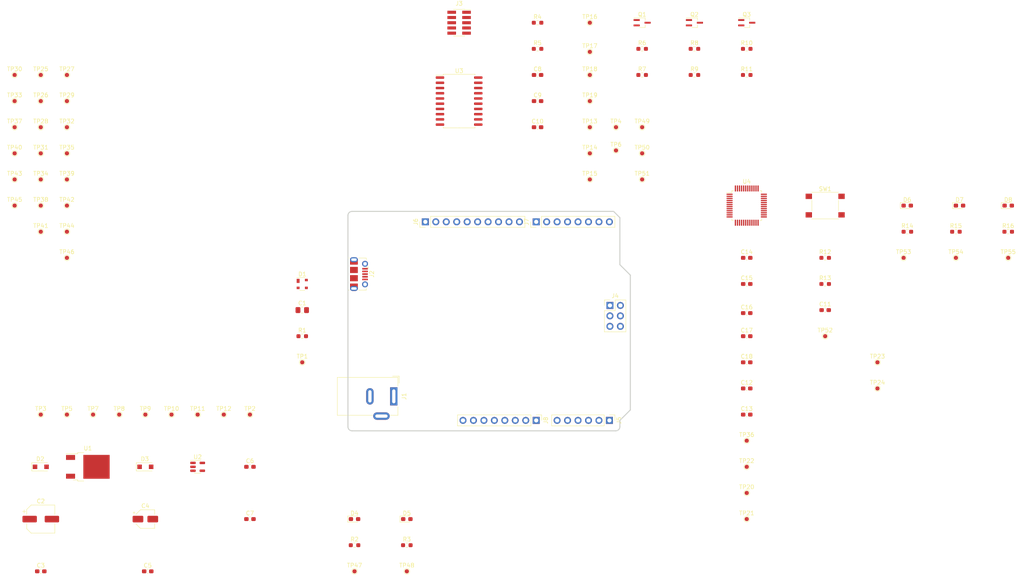
<source format=kicad_pcb>
(kicad_pcb (version 20211014) (generator pcbnew)
  (title_block (title "https://github.com/apcountryman/pcb-main-nautilus-atmega4809") (rev "GIT_VERSION") (comment 1 "Derivative of the \"Arduino UNO Rev3\" (https://docs.arduino.cc/hardware/uno-rev3) and\\n\"Arduino Nano Every\" (https://docs.arduino.cc/hardware/nano-every) reference designs."))
  (layers (0 "F.Cu" signal) (1 "In1.Cu" power) (2 "In2.Cu" power) (31 "B.Cu" signal) (34 "B.Paste" user) (35 "F.Paste" user) (36 "B.SilkS" user "B.Silkscreen") (37 "F.SilkS" user "F.Silkscreen") (38 "B.Mask" user) (39 "F.Mask" user) (44 "Edge.Cuts" user))
  (net 0 "")
  (net 1 "Net-(C1-Pad1)")
  (net 2 "/GND")
  (net 3 "/VIN")
  (net 4 "/5V")
  (net 5 "/3.3V")
  (net 6 "/UPDI PROGRAMMER AND USB-SERIAL BRIDGE/~{RESET}")
  (net 7 "/MCU/~{RESET}")
  (net 8 "/MCU/AREF")
  (net 9 "/UPDI PROGRAMMER AND USB-SERIAL BRIDGE/USB_D-")
  (net 10 "/UPDI PROGRAMMER AND USB-SERIAL BRIDGE/USB_D+")
  (net 11 "/POWER/USB_VBUS")
  (net 12 "/POWER/PWRIN")
  (net 13 "Net-(D4-Pad1)")
  (net 14 "Net-(D5-Pad1)")
  (net 15 "Net-(D6-Pad1)")
  (net 16 "/MCU/D13{slash}SCK")
  (net 17 "Net-(D7-Pad1)")
  (net 18 "Net-(D8-Pad1)")
  (net 20 "/UPDI PROGRAMMER AND USB-SERIAL BRIDGE/SWD_SWDIO")
  (net 21 "/UPDI PROGRAMMER AND USB-SERIAL BRIDGE/SWD_SWCLK")
  (net 26 "/MCU/UPDI")
  (net 30 "/MCU/D19{slash}A5{slash}SCL")
  (net 31 "/MCU/D18{slash}A4{slash}SDA")
  (net 32 "/MCU/D17{slash}A3")
  (net 33 "/MCU/D16{slash}A2")
  (net 34 "/MCU/D15{slash}A1")
  (net 35 "/MCU/D14{slash}A0")
  (net 36 "/MCU/D12{slash}CIPO")
  (net 37 "/MCU/D11{slash}COPI")
  (net 38 "/MCU/D10")
  (net 39 "/MCU/D9")
  (net 40 "/MCU/D8")
  (net 41 "/MCU/D7")
  (net 42 "/MCU/D6")
  (net 43 "/MCU/D5")
  (net 44 "/MCU/D4")
  (net 45 "/MCU/D3")
  (net 46 "/MCU/D2")
  (net 47 "/MCU/D1{slash}TX")
  (net 48 "/MCU/D0{slash}RX")
  (net 50 "/UPDI PROGRAMMER AND USB-SERIAL BRIDGE/BI-DIRECTIONAL LEVEL SHIFTER: UPDI/SIGNAL_3.3V")
  (net 51 "/UPDI PROGRAMMER AND USB-SERIAL BRIDGE/BI-DIRECTIONAL LEVEL SHIFTER: TX/SIGNAL_3.3V")
  (net 52 "/MCU/RX")
  (net 53 "/UPDI PROGRAMMER AND USB-SERIAL BRIDGE/BI-DIRECTIONAL LEVEL SHIFTER: RX/SIGNAL_3.3V")
  (net 54 "/MCU/TX")
  (net 55 "Net-(R12-Pad1)")
  (footprint "LED_SMD:LED_0603_1608Metric_Pad1.05x0.95mm_HandSolder" (layer "F.Cu") (at 235.825 95.25)
    (fp_text reference "D6" (at 0 -1.43) (layer "F.SilkS"))
    (fp_text value "RED")
    (pad "1" smd roundrect (at -0.875 0) (size 1.05 0.95) (layers "F.Cu" "F.Paste" "F.Mask") (net 15 "Net-(D6-Pad1)"))
    (pad "2" smd roundrect (at 0.875 0) (size 1.05 0.95) (layers "F.Cu" "F.Paste" "F.Mask") (net 16 "/MCU/D13{slash}SCK"))
  )
  (footprint "TestPoint:TestPoint_Pad_D1.0mm" (layer "F.Cu") (at 158.75 69.85)
    (fp_text reference "TP19" (at 0 -1.448) (layer "F.SilkS"))
    (fp_text value "TestPoint")
    (pad "1" smd circle (at 0 0) (size 1 1) (layers "F.Cu" "F.Mask") (net 2 "/GND"))
  )
  (footprint "TestPoint:TestPoint_Pad_D1.0mm" (layer "F.Cu") (at 31.75 76.2)
    (fp_text reference "TP32" (at 0 -1.448) (layer "F.SilkS"))
    (fp_text value "TestPoint")
    (pad "1" smd circle (at 0 0) (size 1 1) (layers "F.Cu" "F.Mask") (net 46 "/MCU/D2"))
  )
  (footprint "TestPoint:TestPoint_Pad_D1.0mm" (layer "F.Cu") (at 31.75 63.5)
    (fp_text reference "TP27" (at 0 -1.448) (layer "F.SilkS"))
    (fp_text value "TestPoint")
    (pad "1" smd circle (at 0 0) (size 1 1) (layers "F.Cu" "F.Mask") (net 48 "/MCU/D0{slash}RX"))
  )
  (footprint "Capacitor_SMD:C_0603_1608Metric_Pad1.08x0.95mm_HandSolder" (layer "F.Cu") (at 196.85 127)
    (fp_text reference "C17" (at 0 -1.43) (layer "F.SilkS"))
    (fp_text value "4.7uF/10V")
    (pad "1" smd roundrect (at -0.8625 0) (size 1.075 0.95) (layers "F.Cu" "F.Paste" "F.Mask") (net 2 "/GND"))
    (pad "2" smd roundrect (at 0.8625 0) (size 1.075 0.95) (layers "F.Cu" "F.Paste" "F.Mask") (net 4 "/5V"))
  )
  (footprint "TestPoint:TestPoint_Pad_D1.0mm" (layer "F.Cu") (at 196.85 171.45)
    (fp_text reference "TP21" (at 0 -1.448) (layer "F.SilkS"))
    (fp_text value "TestPoint")
    (pad "1" smd circle (at 0 0) (size 1 1) (layers "F.Cu" "F.Mask") (net 54 "/MCU/TX"))
  )
  (footprint "TestPoint:TestPoint_Pad_D1.0mm" (layer "F.Cu") (at 196.85 165.1)
    (fp_text reference "TP20" (at 0 -1.448) (layer "F.SilkS"))
    (fp_text value "TestPoint")
    (pad "1" smd circle (at 0 0) (size 1 1) (layers "F.Cu" "F.Mask") (net 52 "/MCU/RX"))
  )
  (footprint "Capacitor_SMD:C_0603_1608Metric_Pad1.08x0.95mm_HandSolder" (layer "F.Cu") (at 76.2 158.75)
    (fp_text reference "C6" (at 0 -1.43) (layer "F.SilkS"))
    (fp_text value "10uF/10V")
    (pad "1" smd roundrect (at -0.8625 0) (size 1.075 0.95) (layers "F.Cu" "F.Paste" "F.Mask") (net 5 "/3.3V"))
    (pad "2" smd roundrect (at 0.8625 0) (size 1.075 0.95) (layers "F.Cu" "F.Paste" "F.Mask") (net 2 "/GND"))
  )
  (footprint "Capacitor_SMD:C_0603_1608Metric_Pad1.08x0.95mm_HandSolder" (layer "F.Cu") (at 146.05 76.2)
    (fp_text reference "C10" (at 0 -1.43) (layer "F.SilkS"))
    (fp_text value "0.1uF/10V")
    (pad "1" smd roundrect (at -0.8625 0) (size 1.075 0.95) (layers "F.Cu" "F.Paste" "F.Mask") (net 5 "/3.3V"))
    (pad "2" smd roundrect (at 0.8625 0) (size 1.075 0.95) (layers "F.Cu" "F.Paste" "F.Mask") (net 2 "/GND"))
  )
  (footprint "TestPoint:TestPoint_Pad_D1.0mm" (layer "F.Cu") (at 19.05 63.5)
    (fp_text reference "TP30" (at 0 -1.448) (layer "F.SilkS"))
    (fp_text value "TestPoint")
    (pad "1" smd circle (at 0 0) (size 1 1) (layers "F.Cu" "F.Mask") (net 35 "/MCU/D14{slash}A0"))
  )
  (footprint "Resistor_SMD:R_0603_1608Metric_Pad0.98x0.95mm_HandSolder" (layer "F.Cu") (at 260.35 101.6)
    (fp_text reference "R16" (at 0 -1.43) (layer "F.SilkS"))
    (fp_text value "330/0.1W")
    (pad "1" smd roundrect (at -0.9125 0) (size 0.975 0.95) (layers "F.Cu" "F.Paste" "F.Mask") (net 18 "Net-(D8-Pad1)"))
    (pad "2" smd roundrect (at 0.9125 0) (size 0.975 0.95) (layers "F.Cu" "F.Paste" "F.Mask") (net 52 "/MCU/RX"))
  )
  (footprint "Resistor_SMD:R_0603_1608Metric_Pad0.98x0.95mm_HandSolder" (layer "F.Cu") (at 88.9 127)
    (fp_text reference "R1" (at 0 -1.43) (layer "F.SilkS"))
    (fp_text value "1M/0.1W")
    (pad "1" smd roundrect (at -0.9125 0) (size 0.975 0.95) (layers "F.Cu" "F.Paste" "F.Mask") (net 1 "Net-(C1-Pad1)"))
    (pad "2" smd roundrect (at 0.9125 0) (size 0.975 0.95) (layers "F.Cu" "F.Paste" "F.Mask") (net 2 "/GND"))
  )
  (footprint "TestPoint:TestPoint_Pad_D1.0mm" (layer "F.Cu") (at 25.4 88.9)
    (fp_text reference "TP34" (at 0 -1.448) (layer "F.SilkS"))
    (fp_text value "TestPoint")
    (pad "1" smd circle (at 0 0) (size 1 1) (layers "F.Cu" "F.Mask") (net 36 "/MCU/D12{slash}CIPO"))
  )
  (footprint "TestPoint:TestPoint_Pad_D1.0mm" (layer "F.Cu") (at 158.75 76.2)
    (fp_text reference "TP13" (at 0 -1.448) (layer "F.SilkS"))
    (fp_text value "TestPoint")
    (pad "1" smd circle (at 0 0) (size 1 1) (layers "F.Cu" "F.Mask") (net 6 "/UPDI PROGRAMMER AND USB-SERIAL BRIDGE/~{RESET}"))
  )
  (footprint "Connector_PinSocket_1.27mm:PinSocket_2x05_P1.27mm_Vertical_SMD" (layer "F.Cu") (at 127 50.8)
    (fp_text reference "J3" (at 0 -4.675) (layer "F.SilkS"))
    (fp_text value "FTSH-105-01-L-DV-007-K")
    (pad "1" smd rect (at 1.8 -2.54) (size 2.1 0.75) (layers "F.Cu" "F.Paste" "F.Mask") (net 5 "/3.3V"))
    (pad "2" smd rect (at -1.8 -2.54) (size 2.1 0.75) (layers "F.Cu" "F.Paste" "F.Mask") (net 20 "/UPDI PROGRAMMER AND USB-SERIAL BRIDGE/SWD_SWDIO"))
    (pad "3" smd rect (at 1.8 -1.27) (size 2.1 0.75) (layers "F.Cu" "F.Paste" "F.Mask") (net 2 "/GND"))
    (pad "4" smd rect (at -1.8 -1.27) (size 2.1 0.75) (layers "F.Cu" "F.Paste" "F.Mask") (net 21 "/UPDI PROGRAMMER AND USB-SERIAL BRIDGE/SWD_SWCLK"))
    (pad "5" smd rect (at 1.8 0) (size 2.1 0.75) (layers "F.Cu" "F.Paste" "F.Mask") (net 2 "/GND"))
    (pad "6" smd rect (at -1.8 0) (size 2.1 0.75) (layers "F.Cu" "F.Paste" "F.Mask"))
    (pad "7" smd rect (at 1.8 1.27) (size 2.1 0.75) (layers "F.Cu" "F.Paste" "F.Mask"))
    (pad "8" smd rect (at -1.8 1.27) (size 2.1 0.75) (layers "F.Cu" "F.Paste" "F.Mask"))
    (pad "9" smd rect (at 1.8 2.54) (size 2.1 0.75) (layers "F.Cu" "F.Paste" "F.Mask"))
    (pad "10" smd rect (at -1.8 2.54) (size 2.1 0.75) (layers "F.Cu" "F.Paste" "F.Mask") (net 6 "/UPDI PROGRAMMER AND USB-SERIAL BRIDGE/~{RESET}"))
  )
  (footprint "Resistor_SMD:R_0603_1608Metric_Pad0.98x0.95mm_HandSolder" (layer "F.Cu") (at 184.15 63.5)
    (fp_text reference "R9" (at 0 -1.43) (layer "F.SilkS"))
    (fp_text value "4.7k/0.1W")
    (pad "1" smd roundrect (at -0.9125 0) (size 0.975 0.95) (layers "F.Cu" "F.Paste" "F.Mask") (net 4 "/5V"))
    (pad "2" smd roundrect (at 0.9125 0) (size 0.975 0.95) (layers "F.Cu" "F.Paste" "F.Mask") (net 52 "/MCU/RX"))
  )
  (footprint "LED_SMD:LED_0603_1608Metric_Pad1.05x0.95mm_HandSolder" (layer "F.Cu") (at 101.6 171.45)
    (fp_text reference "D4" (at 0 -1.43) (layer "F.SilkS"))
    (fp_text value "GREEN")
    (pad "1" smd roundrect (at -0.875 0) (size 1.05 0.95) (layers "F.Cu" "F.Paste" "F.Mask") (net 13 "Net-(D4-Pad1)"))
    (pad "2" smd roundrect (at 0.875 0) (size 1.05 0.95) (layers "F.Cu" "F.Paste" "F.Mask") (net 4 "/5V"))
  )
  (footprint "Capacitor_SMD:C_0805_2012Metric_Pad1.18x1.45mm_HandSolder" (layer "F.Cu") (at 88.9 120.65)
    (fp_text reference "C1" (at 0 -1.68) (layer "F.SilkS"))
    (fp_text value "4700pF/1kV")
    (pad "1" smd roundrect (at -1.0375 0) (size 1.175 1.45) (layers "F.Cu" "F.Paste" "F.Mask") (roundrect_rratio 0.212766) (net 1 "Net-(C1-Pad1)"))
    (pad "2" smd roundrect (at 1.0375 0) (size 1.175 1.45) (layers "F.Cu" "F.Paste" "F.Mask") (roundrect_rratio 0.212766) (net 2 "/GND"))
  )
  (footprint "TestPoint:TestPoint_Pad_D1.0mm" (layer "F.Cu") (at 165.1 81.85)
    (fp_text reference "TP6" (at 0 -1.448) (layer "F.SilkS"))
    (fp_text value "TestPoint")
    (pad "1" smd circle (at 0 0) (size 1 1) (layers "F.Cu" "F.Mask") (net 9 "/UPDI PROGRAMMER AND USB-SERIAL BRIDGE/USB_D-"))
  )
  (footprint "LED_SMD:LED_0603_1608Metric_Pad1.05x0.95mm_HandSolder" (layer "F.Cu") (at 248.525 95.25)
    (fp_text reference "D7" (at 0 -1.43) (layer "F.SilkS"))
    (fp_text value "YELLOW")
    (pad "1" smd roundrect (at -0.875 0) (size 1.05 0.95) (layers "F.Cu" "F.Paste" "F.Mask") (net 17 "Net-(D7-Pad1)"))
    (pad "2" smd roundrect (at 0.875 0) (size 1.05 0.95) (layers "F.Cu" "F.Paste" "F.Mask") (net 4 "/5V"))
  )
  (footprint "Capacitor_SMD:CP_Elec_4x5.8" (layer "F.Cu") (at 50.8 171.45)
    (fp_text reference "C4" (at 0 -3.2) (layer "F.SilkS"))
    (fp_text value "47uF/10V")
    (pad "1" smd roundrect (at -1.8 0) (size 2.6 1.6) (layers "F.Cu" "F.Paste" "F.Mask") (roundrect_rratio 0.15625) (net 4 "/5V"))
    (pad "2" smd roundrect (at 1.8 0) (size 2.6 1.6) (layers "F.Cu" "F.Paste" "F.Mask") (roundrect_rratio 0.15625) (net 2 "/GND"))
  )
  (footprint "TestPoint:TestPoint_Pad_D1.0mm" (layer "F.Cu") (at 44.45 146.05)
    (fp_text reference "TP8" (at 0 -1.448) (layer "F.SilkS"))
    (fp_text value "TestPoint")
    (pad "1" smd circle (at 0 0) (size 1 1) (layers "F.Cu" "F.Mask") (net 2 "/GND"))
  )
  (footprint "TestPoint:TestPoint_Pad_D1.0mm" (layer "F.Cu") (at 31.75 101.6)
    (fp_text reference "TP44" (at 0 -1.448) (layer "F.SilkS"))
    (fp_text value "TestPoint")
    (pad "1" smd circle (at 0 0) (size 1 1) (layers "F.Cu" "F.Mask") (net 42 "/MCU/D6"))
  )
  (footprint "TestPoint:TestPoint_Pad_D1.0mm" (layer "F.Cu") (at 260.35 107.95)
    (fp_text reference "TP55" (at 0 -1.448) (layer "F.SilkS"))
    (fp_text value "TestPoint")
    (pad "1" smd circle (at 0 0) (size 1 1) (layers "F.Cu" "F.Mask") (net 18 "Net-(D8-Pad1)"))
  )
  (footprint "TestPoint:TestPoint_Pad_D1.0mm" (layer "F.Cu") (at 19.05 88.9)
    (fp_text reference "TP43" (at 0 -1.448) (layer "F.SilkS"))
    (fp_text value "TestPoint")
    (pad "1" smd circle (at 0 0) (size 1 1) (layers "F.Cu" "F.Mask") (net 31 "/MCU/D18{slash}A4{slash}SDA"))
  )
  (footprint "TestPoint:TestPoint_Pad_D1.0mm" (layer "F.Cu") (at 31.75 107.95)
    (fp_text reference "TP46" (at 0 -1.448) (layer "F.SilkS"))
    (fp_text value "TestPoint")
    (pad "1" smd circle (at 0 0) (size 1 1) (layers "F.Cu" "F.Mask") (net 41 "/MCU/D7"))
  )
  (footprint "TestPoint:TestPoint_Pad_D1.0mm" (layer "F.Cu") (at 171.45 82.55)
    (fp_text reference "TP50" (at 0 -1.448) (layer "F.SilkS"))
    (fp_text value "TestPoint")
    (pad "1" smd circle (at 0 0) (size 1 1) (layers "F.Cu" "F.Mask") (net 51 "/UPDI PROGRAMMER AND USB-SERIAL BRIDGE/BI-DIRECTIONAL LEVEL SHIFTER: TX/SIGNAL_3.3V"))
  )
  (footprint "Package_TO_SOT_SMD:SOT-23-5" (layer "F.Cu") (at 63.5 158.75)
    (fp_text reference "U2" (at 0 -2.4) (layer "F.SilkS"))
    (fp_text value "AP2112K-3.3")
    (pad "1" smd roundrect (at -1.1375 -0.95) (size 1.325 0.6) (layers "F.Cu" "F.Paste" "F.Mask") (net 4 "/5V"))
    (pad "2" smd roundrect (at -1.1375 0) (size 1.325 0.6) (layers "F.Cu" "F.Paste" "F.Mask") (net 2 "/GND"))
    (pad "3" smd roundrect (at -1.1375 0.95) (size 1.325 0.6) (layers "F.Cu" "F.Paste" "F.Mask") (net 4 "/5V"))
    (pad "4" smd roundrect (at 1.1375 0.95) (size 1.325 0.6) (layers "F.Cu" "F.Paste" "F.Mask"))
    (pad "5" smd roundrect (at 1.1375 -0.95) (size 1.325 0.6) (layers "F.Cu" "F.Paste" "F.Mask") (net 5 "/3.3V"))
  )
  (footprint "TestPoint:TestPoint_Pad_D1.0mm" (layer "F.Cu") (at 25.4 82.55)
    (fp_text reference "TP31" (at 0 -1.448) (layer "F.SilkS"))
    (fp_text value "TestPoint")
    (pad "1" smd circle (at 0 0) (size 1 1) (layers "F.Cu" "F.Mask") (net 37 "/MCU/D11{slash}COPI"))
  )
  (footprint "Package_TO_SOT_SMD:SOT-143" (layer "F.Cu") (at 88.9 114.3)
    (fp_text reference "D1" (at 0.02 -2.38) (layer "F.SilkS"))
    (fp_text value "PRTR5V0U2X")
    (pad "1" smd rect (at -1 -0.75) (size 0.7 1) (layers "F.Cu" "F.Paste" "F.Mask") (net 1 "Net-(C1-Pad1)"))
    (pad "2" smd rect (at -1 0.95) (size 0.7 0.6) (layers "F.Cu" "F.Paste" "F.Mask") (net 9 "/UPDI PROGRAMMER AND USB-SERIAL BRIDGE/USB_D-"))
    (pad "3" smd rect (at 1 0.95) (size 0.7 0.6) (layers "F.Cu" "F.Paste" "F.Mask") (net 10 "/UPDI PROGRAMMER AND USB-SERIAL BRIDGE/USB_D+"))
    (pad "4" smd rect (at 1 -0.95) (size 0.7 0.6) (layers "F.Cu" "F.Paste" "F.Mask") (net 11 "/POWER/USB_VBUS"))
  )
  (footprint "TestPoint:TestPoint_Pad_D1.0mm" (layer "F.Cu") (at 247.65 107.95)
    (fp_text reference "TP54" (at 0 -1.448) (layer "F.SilkS"))
    (fp_text value "TestPoint")
    (pad "1" smd circle (at 0 0) (size 1 1) (layers "F.Cu" "F.Mask") (net 17 "Net-(D7-Pad1)"))
  )
  (footprint "TestPoint:TestPoint_Pad_D1.0mm" (layer "F.Cu") (at 158.75 57.88)
    (fp_text reference "TP17" (at 0 -1.448) (layer "F.SilkS"))
    (fp_text value "TestPoint")
    (pad "1" smd circle (at 0 0) (size 1 1) (layers "F.Cu" "F.Mask") (net 2 "/GND"))
  )
  (footprint "Resistor_SMD:R_0603_1608Metric_Pad0.98x0.95mm_HandSolder" (layer "F.Cu") (at 235.8625 101.6)
    (fp_text reference "R14" (at 0 -1.43) (layer "F.SilkS"))
    (fp_text value "330/0.1W")
    (pad "1" smd roundrect (at -0.9125 0) (size 0.975 0.95) (layers "F.Cu" "F.Paste" "F.Mask") (net 15 "Net-(D6-Pad1)"))
    (pad "2" smd roundrect (at 0.9125 0) (size 0.975 0.95) (layers "F.Cu" "F.Paste" "F.Mask") (net 2 "/GND"))
  )
  (footprint "TestPoint:TestPoint_Pad_D1.0mm" (layer "F.Cu") (at 31.75 95.25)
    (fp_text reference "TP42" (at 0 -1.448) (layer "F.SilkS"))
    (fp_text value "TestPoint")
    (pad "1" smd circle (at 0 0) (size 1 1) (layers "F.Cu" "F.Mask") (net 43 "/MCU/D5"))
  )
  (footprint "Resistor_SMD:R_0603_1608Metric_Pad0.98x0.95mm_HandSolder" (layer "F.Cu") (at 196.85 63.5)
    (fp_text reference "R11" (at 0 -1.43) (layer "F.SilkS"))
    (fp_text value "4.7k/0.1W")
    (pad "1" smd roundrect (at -0.9125 0) (size 0.975 0.95) (layers "F.Cu" "F.Paste" "F.Mask") (net 4 "/5V"))
    (pad "2" smd roundrect (at 0.9125 0) (size 0.975 0.95) (layers "F.Cu" "F.Paste" "F.Mask") (net 54 "/MCU/TX"))
  )
  (footprint "TestPoint:TestPoint_Pad_D1.0mm" (layer "F.Cu") (at 196.85 158.75)
    (fp_text reference "TP22" (at 0 -1.448) (layer "F.SilkS"))
    (fp_text value "TestPoint")
    (pad "1" smd circle (at 0 0) (size 1 1) (layers "F.Cu" "F.Mask") (net 26 "/MCU/UPDI"))
  )
  (footprint "Capacitor_SMD:C_0603_1608Metric_Pad1.08x0.95mm_HandSolder" (layer "F.Cu") (at 76.2 171.45)
    (fp_text reference "C7" (at 0 -1.43) (layer "F.SilkS"))
    (fp_text value "0.1uF/10V")
    (pad "1" smd roundrect (at -0.8625 0) (size 1.075 0.95) (layers "F.Cu" "F.Paste" "F.Mask") (net 5 "/3.3V"))
    (pad "2" smd roundrect (at 0.8625 0) (size 1.075 0.95) (layers "F.Cu" "F.Paste" "F.Mask") (net 2 "/GND"))
  )
  (footprint "Package_SO:SOIC-20W_7.5x12.8mm_P1.27mm" (layer "F.Cu") (at 127 69.85)
    (fp_text reference "U3" (at 0 -7.35) (layer "F.SilkS"))
    (fp_text value "ATSAMD11D14A-SS")
    (pad "1" smd roundrect (at -4.65 -5.715) (size 2.05 0.6) (layers "F.Cu" "F.Paste" "F.Mask"))
    (pad "2" smd roundrect (at -4.65 -4.445) (size 2.05 0.6) (layers "F.Cu" "F.Paste" "F.Mask"))
    (pad "3" smd roundrect (at -4.65 -3.175) (size 2.05 0.6) (layers "F.Cu" "F.Paste" "F.Mask"))
    (pad "4" smd roundrect (at -4.65 -1.905) (size 2.05 0.6) (layers "F.Cu" "F.Paste" "F.Mask"))
    (pad "5" smd roundrect (at -4.65 -0.635) (size 2.05 0.6) (layers "F.Cu" "F.Paste" "F.Mask"))
    (pad "6" smd roundrect (at -4.65 0.635) (size 2.05 0.6) (layers "F.Cu" "F.Paste" "F.Mask") (net 50 "/UPDI PROGRAMMER AND USB-SERIAL BRIDGE/BI-DIRECTIONAL LEVEL SHIFTER: UPDI/SIGNAL_3.3V"))
    (pad "7" smd roundrect (at -4.65 1.905) (size 2.05 0.6) (layers "F.Cu" "F.Paste" "F.Mask") (net 50 "/UPDI PROGRAMMER AND USB-SERIAL BRIDGE/BI-DIRECTIONAL LEVEL SHIFTER: UPDI/SIGNAL_3.3V"))
    (pad "8" smd roundrect (at -4.65 3.175) (size 2.05 0.6) (layers "F.Cu" "F.Paste" "F.Mask"))
    (pad "9" smd roundrect (at -4.65 4.445) (size 2.05 0.6) (layers "F.Cu" "F.Paste" "F.Mask") (net 51 "/UPDI PROGRAMMER AND USB-SERIAL BRIDGE/BI-DIRECTIONAL LEVEL SHIFTER: TX/SIGNAL_3.3V"))
    (pad "10" smd roundrect (at -4.65 5.715) (size 2.05 0.6) (layers "F.Cu" "F.Paste" "F.Mask") (net 53 "/UPDI PROGRAMMER AND USB-SERIAL BRIDGE/BI-DIRECTIONAL LEVEL SHIFTER: RX/SIGNAL_3.3V"))
    (pad "11" smd roundrect (at 4.65 5.715) (size 2.05 0.6) (layers "F.Cu" "F.Paste" "F.Mask") (net 6 "/UPDI PROGRAMMER AND USB-SERIAL BRIDGE/~{RESET}"))
    (pad "12" smd roundrect (at 4.65 4.445) (size 2.05 0.6) (layers "F.Cu" "F.Paste" "F.Mask") (net 21 "/UPDI PROGRAMMER AND USB-SERIAL BRIDGE/SWD_SWCLK"))
    (pad "13" smd roundrect (at 4.65 3.175) (size 2.05 0.6) (layers "F.Cu" "F.Paste" "F.Mask") (net 20 "/UPDI PROGRAMMER AND USB-SERIAL BRIDGE/SWD_SWDIO"))
    (pad "14" smd roundrect (at 4.65 1.905) (size 2.05 0.6) (layers "F.Cu" "F.Paste" "F.Mask") (net 9 "/UPDI PROGRAMMER AND USB-SERIAL BRIDGE/USB_D-"))
    (pad "15" smd roundrect (at 4.65 0.635) (size 2.05 0.6) (layers "F.Cu" "F.Paste" "F.Mask") (net 10 "/UPDI PROGRAMMER AND USB-SERIAL BRIDGE/USB_D+"))
    (pad "16" smd roundrect (at 4.65 -0.635) (size 2.05 0.6) (layers "F.Cu" "F.Paste" "F.Mask") (net 2 "/GND"))
    (pad "17" smd roundrect (at 4.65 -1.905) (size 2.05 0.6) (layers "F.Cu" "F.Paste" "F.Mask") (net 5 "/3.3V"))
    (pad "18" smd roundrect (at 4.65 -3.175) (size 2.05 0.6) (layers "F.Cu" "F.Paste" "F.Mask"))
    (pad "19" smd roundrect (at 4.65 -4.445) (size 2.05 0.6) (layers "F.Cu" "F.Paste" "F.Mask"))
    (pad "20" smd roundrect (at 4.65 -5.715) (size 2.05 0.6) (layers "F.Cu" "F.Paste" "F.Mask"))
  )
  (footprint "Capacitor_SMD:C_0603_1608Metric_Pad1.08x0.95mm_HandSolder" (layer "F.Cu") (at 51.375 184.15)
    (fp_text reference "C5" (at 0 -1.43) (layer "F.SilkS"))
    (fp_text value "0.1uF/10V")
    (pad "1" smd roundrect (at -0.8625 0) (size 1.075 0.95) (layers "F.Cu" "F.Paste" "F.Mask") (net 4 "/5V"))
    (pad "2" smd roundrect (at 0.8625 0) (size 1.075 0.95) (layers "F.Cu" "F.Paste" "F.Mask") (net 2 "/GND"))
  )
  (footprint "TestPoint:TestPoint_Pad_D1.0mm" (layer "F.Cu") (at 38.1 146.05)
    (fp_text reference "TP7" (at 0 -1.448) (layer "F.SilkS"))
    (fp_text value "TestPoint")
    (pad "1" smd circle (at 0 0) (size 1 1) (layers "F.Cu" "F.Mask") (net 3 "/VIN"))
  )
  (footprint "Resistor_SMD:R_0603_1608Metric_Pad0.98x0.95mm_HandSolder" (layer "F.Cu") (at 146.05 57.15)
    (fp_text reference "R5" (at 0 -1.43) (layer "F.SilkS"))
    (fp_text value "4.7k/0.1W")
    (pad "1" smd roundrect (at -0.9125 0) (size 0.975 0.95) (layers "F.Cu" "F.Paste" "F.Mask") (net 5 "/3.3V"))
    (pad "2" smd roundrect (at 0.9125 0) (size 0.975 0.95) (layers "F.Cu" "F.Paste" "F.Mask") (net 21 "/UPDI PROGRAMMER AND USB-SERIAL BRIDGE/SWD_SWCLK"))
  )
  (footprint "Package_TO_SOT_SMD:SOT-323_SC-70_Handsoldering" (layer "F.Cu") (at 171.45 50.8)
    (fp_text reference "Q1" (at 0 -2) (layer "F.SilkS"))
    (fp_text value "BSS138PW")
    (pad "1" smd rect (at -1.33 -0.65 270) (size 0.45 1.5) (layers "F.Cu" "F.Paste" "F.Mask") (net 5 "/3.3V"))
    (pad "2" smd rect (at -1.33 0.65 270) (size 0.45 1.5) (layers "F.Cu" "F.Paste" "F.Mask") (net 50 "/UPDI PROGRAMMER AND USB-SERIAL BRIDGE/BI-DIRECTIONAL LEVEL SHIFTER: UPDI/SIGNAL_3.3V"))
    (pad "3" smd rect (at 1.33 0 270) (size 0.45 1.5) (layers "F.Cu" "F.Paste" "F.Mask") (net 26 "/MCU/UPDI"))
  )
  (footprint "TestPoint:TestPoint_Pad_D1.0mm" (layer "F.Cu") (at 57.15 146.05)
    (fp_text reference "TP10" (at 0 -1.448) (layer "F.SilkS"))
    (fp_text value "TestPoint")
    (pad "1" smd circle (at 0 0) (size 1 1) (layers "F.Cu" "F.Mask") (net 2 "/GND"))
  )
  (footprint "TestPoint:TestPoint_Pad_D1.0mm" (layer "F.Cu") (at 158.75 50.8)
    (fp_text reference "TP16" (at 0 -1.448) (layer "F.SilkS"))
    (fp_text value "TestPoint")
    (pad "1" smd circle (at 0 0) (size 1 1) (layers "F.Cu" "F.Mask") (net 4 "/5V"))
  )
  (footprint "TestPoint:TestPoint_Pad_D1.0mm" (layer "F.Cu") (at 25.4 63.5)
    (fp_text reference "TP25" (at 0 -1.448) (layer "F.SilkS"))
    (fp_text value "TestPoint")
    (pad "1" smd circle (at 0 0) (size 1 1) (layers "F.Cu" "F.Mask") (net 40 "/MCU/D8"))
  )
  (footprint "Connector_PinHeader_2.54mm:PinHeader_1x06_P2.54mm_Vertical" (layer "F.Cu") (at 163.5 147.46 -90)
    (fp_text reference "J5" (at 0 -2.33 90) (layer "F.SilkS"))
    (fp_text value "66951-006LF")
    (pad "1" thru_hole rect locked (at 0 0 270) (size 1.7 1.7) (drill 1) (layers *.Cu *.Mask) (net 30 "/MCU/D19{slash}A5{slash}SCL"))
    (pad "2" thru_hole oval locked (at 0 2.54 270) (size 1.7 1.7) (drill 1) (layers *.Cu *.Mask) (net 31 "/MCU/D18{slash}A4{slash}SDA"))
    (pad "3" thru_hole oval locked (at 0 5.08 270) (size 1.7 1.7) (drill 1) (layers *.Cu *.Mask) (net 32 "/MCU/D17{slash}A3"))
    (pad "4" thru_hole oval locked (at 0 7.62 270) (size 1.7 1.7) (drill 1) (layers *.Cu *.Mask) (net 33 "/MCU/D16{slash}A2"))
    (pad "5" thru_hole oval locked (at 0 10.16 270) (size 1.7 1.7) (drill 1) (layers *.Cu *.Mask) (net 34 "/MCU/D15{slash}A1"))
    (pad "6" thru_hole oval locked (at 0 12.7 270) (size 1.7 1.7) (drill 1) (layers *.Cu *.Mask) (net 35 "/MCU/D14{slash}A0"))
  )
  (footprint "TestPoint:TestPoint_Pad_D1.0mm" (layer "F.Cu") (at 69.85 146.05)
    (fp_text reference "TP12" (at 0 -1.448) (layer "F.SilkS"))
    (fp_text value "TestPoint")
    (pad "1" smd circle (at 0 0) (size 1 1) (layers "F.Cu" "F.Mask") (net 2 "/GND"))
  )
  (footprint "TestPoint:TestPoint_Pad_D1.0mm" (layer "F.Cu") (at 76.2 146.05)
    (fp_text reference "TP2" (at 0 -1.448) (layer "F.SilkS"))
    (fp_text value "TestPoint")
    (pad "1" smd circle (at 0 0) (size 1 1) (layers "F.Cu" "F.Mask") (net 11 "/POWER/USB_VBUS"))
  )
  (footprint "Resistor_SMD:R_0603_1608Metric_Pad0.98x0.95mm_HandSolder" (layer "F.Cu") (at 196.85 57.15)
    (fp_text reference "R10" (at 0 -1.43) (layer "F.SilkS"))
    (fp_text value "4.7k/0.1W")
    (pad "1" smd roundrect (at -0.9125 0) (size 0.975 0.95) (layers "F.Cu" "F.Paste" "F.Mask") (net 5 "/3.3V"))
    (pad "2" smd roundrect (at 0.9125 0) (size 0.975 0.95) (layers "F.Cu" "F.Paste" "F.Mask") (net 53 "/UPDI PROGRAMMER AND USB-SERIAL BRIDGE/BI-DIRECTIONAL LEVEL SHIFTER: RX/SIGNAL_3.3V"))
  )
  (footprint "Capacitor_SMD:CP_Elec_6.3x7.7" (layer "F.Cu") (at 25.4 171.45)
    (fp_text reference "C2" (at 0 -4.35) (layer "F.SilkS"))
    (fp_text value "47uF/25V")
    (pad "1" smd roundrect (at -2.7 0) (size 3.5 1.6) (layers "F.Cu" "F.Paste" "F.Mask") (roundrect_rratio 0.15625) (net 3 "/VIN"))
    (pad "2" smd roundrect (at 2.7 0) (size 3.5 1.6) (layers "F.Cu" "F.Paste" "F.Mask") (roundrect_rratio 0.15625) (net 2 "/GND"))
  )
  (footprint "Connector_USB:USB_Micro-B_Molex-105017-0001" (layer "F.Cu") (at 102.689204 111.9 -90)
    (fp_text reference "J2" (at 0 -3.1125 90) (layer "F.SilkS"))
    (fp_text value "105017-0001")
    (pad "1" smd rect locked (at -1.3 -1.4625 270) (size 0.4 1.35) (layers "F.Cu" "F.Paste" "F.Mask") (net 11 "/POWER/USB_VBUS"))
    (pad "2" smd rect locked (at -0.65 -1.4625 270) (size 0.4 1.35) (layers "F.Cu" "F.Paste" "F.Mask") (net 9 "/UPDI PROGRAMMER AND USB-SERIAL BRIDGE/USB_D-"))
    (pad "3" smd rect locked (at 0 -1.4625 270) (size 0.4 1.35) (layers "F.Cu" "F.Paste" "F.Mask") (net 10 "/UPDI PROGRAMMER AND USB-SERIAL BRIDGE/USB_D+"))
    (pad "4" smd rect locked (at 0.65 -1.4625 270) (size 0.4 1.35) (layers "F.Cu" "F.Paste" "F.Mask"))
    (pad "5" smd rect locked (at 1.3 -1.4625 270) (size 0.4 1.35) (layers "F.Cu" "F.Paste" "F.Mask") (net 2 "/GND"))
    (pad "6" smd rect locked (at -1 1.2375 270) (size 1.5 1.9) (layers "F.Cu" "F.Paste" "F.Mask") (net 1 "Net-(C1-Pad1)"))
    (pad "6" smd rect locked (at 2.9 1.2375 270) (size 1.2 1.9) (layers "F.Cu" "F.Mask") (net 1 "Net-(C1-Pad1)"))
    (pad "6" thru_hole oval locked (at 3.5 1.2375 270) (size 1.2 1.9) (drill oval 0.6 1.3) (layers *.Cu *.Mask) (net 1 "Net-(C1-Pad1)"))
    (pad "6" smd rect locked (at 1 1.2375 270) (size 1.5 1.9) (layers "F.Cu" "F.Paste" "F.Mask") (net 1 "Net-(C1-Pad1)"))
    (pad "6" thru_hole circle locked (at 2.5 -1.4625 270) (size 1.45 1.45) (drill 0.85) (layers *.Cu *.Mask) (net 1 "Net-(C1-Pad1)"))
    (pad "6" thru_hole circle locked (at -2.5 -1.4625 270) (size 1.45 1.45) (drill 0.85) (layers *.Cu *.Mask) (net 1 "Net-(C1-Pad1)"))
    (pad "6" thru_hole oval locked (at -3.5 1.2375 90) (size 1.2 1.9) (drill oval 0.6 1.3) (layers *.Cu *.Mask) (net 1 "Net-(C1-Pad1)"))
    (pad "6" smd rect locked (at -2.9 1.2375 270) (size 1.2 1.9) (layers "F.Cu" "F.Mask") (net 1 "Net-(C1-Pad1)"))
  )
  (footprint "TestPoint:TestPoint_Pad_D1.0mm" (layer "F.Cu") (at 63.5 146.05)
    (fp_text reference "TP11" (at 0 -1.448) (layer "F.SilkS"))
    (fp_text value "TestPoint")
    (pad "1" smd circle (at 0 0) (size 1 1) (layers "F.Cu" "F.Mask") (net 5 "/3.3V"))
  )
  (footprint "Resistor_SMD:R_0603_1608Metric_Pad0.98x0.95mm_HandSolder" (layer "F.Cu") (at 171.45 63.5)
    (fp_text reference "R7" (at 0 -1.43) (layer "F.SilkS"))
    (fp_text value "4.7k/0.1W")
    (pad "1" smd roundrect (at -0.9125 0) (size 0.975 0.95) (layers "F.Cu" "F.Paste" "F.Mask") (net 4 "/5V"))
    (pad "2" smd roundrect (at 0.9125 0) (size 0.975 0.95) (layers "F.Cu" "F.Paste" "F.Mask") (net 26 "/MCU/UPDI"))
  )
  (footprint "TestPoint:TestPoint_Pad_D1.0mm" (layer "F.Cu") (at 88.9 133.35)
    (fp_text reference "TP1" (at 0 -1.448) (layer "F.SilkS"))
    (fp_text value "TestPoint")
    (pad "1" smd circle (at 0 0) (size 1 1) (layers "F.Cu" "F.Mask") (net 1 "Net-(C1-Pad1)"))
  )
  (footprint "Resistor_SMD:R_0603_1608Metric_Pad0.98x0.95mm_HandSolder" (layer "F.Cu") (at 215.9 114.3)
    (fp_text reference "R13" (at 0 -1.43) (layer "F.SilkS"))
    (fp_text value "10k/0.1W")
    (pad "1" smd roundrect (at -0.9125 0) (size 0.975 0.95) (layers "F.Cu" "F.Paste" "F.Mask") (net 4 "/5V"))
    (pad "2" smd roundrect (at 0.9125 0) (size 0.975 0.95) (layers "F.Cu" "F.Paste" "F.Mask") (net 7 "/MCU/~{RESET}"))
  )
  (footprint "TestPoint:TestPoint_Pad_D1.0mm" (layer "F.Cu") (at 19.05 76.2)
    (fp_text reference "TP37" (at 0 -1.448) (layer "F.SilkS"))
    (fp_text value "TestPoint")
    (pad "1" smd circle (at 0 0) (size 1 1) (layers "F.Cu" "F.Mask") (net 33 "/MCU/D16{slash}A2"))
  )
  (footprint "Button_Switch_SMD:SW_Push_1P1T_NO_6x6mm_H9.5mm" (layer "F.Cu") (at 215.9 95.25)
    (fp_text reference "SW1" (at 0 -4.05) (layer "F.SilkS"))
    (fp_text value "PTS645SH43SMTR92 LFS")
    (pad "1" smd rect (at 3.975 -2.25) (size 1.55 1.3) (layers "F.Cu" "F.Paste" "F.Mask") (net 2 "/GND"))
    (pad "1" smd rect (at -3.975 -2.25) (size 1.55 1.3) (layers "F.Cu" "F.Paste" "F.Mask") (net 2 "/GND"))
    (pad "2" smd rect (at 3.975 2.25) (size 1.55 1.3) (layers "F.Cu" "F.Paste" "F.Mask") (net 55 "Net-(R12-Pad1)"))
    (pad "2" smd rect (at -3.975 2.25) (size 1.55 1.3) (layers "F.Cu" "F.Paste" "F.Mask") (net 55 "Net-(R12-Pad1)"))
  )
  (footprint "Package_TO_SOT_SMD:SOT-323_SC-70_Handsoldering" (layer "F.Cu") (at 184.15 50.8)
    (fp_text reference "Q2" (at 0 -2) (layer "F.SilkS"))
    (fp_text value "BSS138PW")
    (pad "1" smd rect (at -1.33 -0.65 270) (size 0.45 1.5) (layers "F.Cu" "F.Paste" "F.Mask") (net 5 "/3.3V"))
    (pad "2" smd rect (at -1.33 0.65 270) (size 0.45 1.5) (layers "F.Cu" "F.Paste" "F.Mask") (net 51 "/UPDI PROGRAMMER AND USB-SERIAL BRIDGE/BI-DIRECTIONAL LEVEL SHIFTER: TX/SIGNAL_3.3V"))
    (pad "3" smd rect (at 1.33 0 270) (size 0.45 1.5) (layers "F.Cu" "F.Paste" "F.Mask") (net 52 "/MCU/RX"))
  )
  (footprint "Capacitor_SMD:C_0603_1608Metric_Pad1.08x0.95mm_HandSolder" (layer "F.Cu") (at 215.9 120.65)
    (fp_text reference "C11" (at 0 -1.43) (layer "F.SilkS"))
    (fp_text value "0.1uF/10V")
    (pad "1" smd roundrect (at -0.8625 0) (size 1.075 0.95) (layers "F.Cu" "F.Paste" "F.Mask") (net 7 "/MCU/~{RESET}"))
    (pad "2" smd roundrect (at 0.8625 0) (size 1.075 0.95) (layers "F.Cu" "F.Paste" "F.Mask") (net 2 "/GND"))
  )
  (footprint "Package_QFP:TQFP-48_7x7mm_P0.5mm" (layer "F.Cu") (at 196.85 95.25)
    (fp_text reference "U4" (at 0 -5.85) (layer "F.SilkS"))
    (fp_text value "ATmega4809-A")
    (pad "1" smd roundrect (at -4.1625 -2.75) (size 1.475 0.3) (layers "F.Cu" "F.Paste" "F.Mask"))
    (pad "2" smd roundrect (at -4.1625 -2.25) (size 1.475 0.3) (layers "F.Cu" "F.Paste" "F.Mask"))
    (pad "3" smd roundrect (at -4.1625 -1.75) (size 1.475 0.3) (layers "F.Cu" "F.Paste" "F.Mask"))
    (pad "4" smd roundrect (at -4.1625 -1.25) (size 1.475 0.3) (layers "F.Cu" "F.Paste" "F.Mask") (net 39 "/MCU/D9"))
    (pad "5" smd roundrect (at -4.1625 -0.75) (size 1.475 0.3) (layers "F.Cu" "F.Paste" "F.Mask") (net 38 "/MCU/D10"))
    (pad "6" smd roundrect (at -4.1625 -0.25) (size 1.475 0.3) (layers "F.Cu" "F.Paste" "F.Mask") (net 43 "/MCU/D5"))
    (pad "7" smd roundrect (at -4.1625 0.25) (size 1.475 0.3) (layers "F.Cu" "F.Paste" "F.Mask"))
    (pad "8" smd roundrect (at -4.1625 0.75) (size 1.475 0.3) (layers "F.Cu" "F.Paste" "F.Mask") (net 54 "/MCU/TX"))
    (pad "9" smd roundrect (at -4.1625 1.25) (size 1.475 0.3) (layers "F.Cu" "F.Paste" "F.Mask") (net 52 "/MCU/RX"))
    (pad "10" smd roundrect (at -4.1625 1.75) (size 1.475 0.3) (layers "F.Cu" "F.Paste" "F.Mask"))
    (pad "11" smd roundrect (at -4.1625 2.25) (size 1.475 0.3) (layers "F.Cu" "F.Paste" "F.Mask"))
    (pad "12" smd roundrect (at -4.1625 2.75) (size 1.475 0.3) (layers "F.Cu" "F.Paste" "F.Mask"))
    (pad "13" smd roundrect (at -2.75 4.1625) (size 0.3 1.475) (layers "F.Cu" "F.Paste" "F.Mask"))
    (pad "14" smd roundrect (at -2.25 4.1625) (size 0.3 1.475) (layers "F.Cu" "F.Paste" "F.Mask") (net 4 "/5V"))
    (pad "15" smd roundrect (at -1.75 4.1625) (size 0.3 1.475) (layers "F.Cu" "F.Paste" "F.Mask") (net 2 "/GND"))
    (pad "16" smd roundrect (at -1.25 4.1625) (size 0.3 1.475) (layers "F.Cu" "F.Paste" "F.Mask") (net 47 "/MCU/D1{slash}TX"))
    (pad "17" smd roundrect (at -0.75 4.1625) (size 0.3 1.475) (layers "F.Cu" "F.Paste" "F.Mask") (net 48 "/MCU/D0{slash}RX"))
    (pad "18" smd roundrect (at -0.25 4.1625) (size 0.3 1.475) (layers "F.Cu" "F.Paste" "F.Mask") (net 44 "/MCU/D4"))
    (pad "19" smd roundrect (at 0.25 4.1625) (size 0.3 1.475) (layers "F.Cu" "F.Paste" "F.Mask"))
    (pad "20" smd roundrect (at 0.75 4.1625) (size 0.3 1.475) (layers "F.Cu" "F.Paste" "F.Mask") (net 32 "/MCU/D17{slash}A3"))
    (pad "21" smd roundrect (at 1.25 4.1625) (size 0.3 1.475) (layers "F.Cu" "F.Paste" "F.Mask") (net 33 "/MCU/D16{slash}A2"))
    (pad "22" smd roundrect (at 1.75 4.1625) (size 0.3 1.475) (layers "F.Cu" "F.Paste" "F.Mask") (net 34 "/MCU/D15{slash}A1"))
    (pad "23" smd roundrect (at 2.25 4.1625) (size 0.3 1.475) (layers "F.Cu" "F.Paste" "F.Mask") (net 35 "/MCU/D14{slash}A0"))
    (pad "24" smd roundrect (at 2.75 4.1625) (size 0.3 1.475) (layers "F.Cu" "F.Paste" "F.Mask"))
    (pad "25" smd roundrect (at 4.1625 2.75) (size 1.475 0.3) (layers "F.Cu" "F.Paste" "F.Mask"))
    (pad "26" smd roundrect (at 4.1625 2.25) (size 1.475 0.3) (layers "F.Cu" "F.Paste" "F.Mask"))
    (pad "27" smd roundrect (at 4.1625 1.75) (size 1.475 0.3) (layers "F.Cu" "F.Paste" "F.Mask") (net 8 "/MCU/AREF"))
    (pad "28" smd roundrect (at 4.1625 1.25) (size 1.475 0.3) (layers "F.Cu" "F.Paste" "F.Mask") (net 4 "/5V"))
    (pad "29" smd roundrect (at 4.1625 0.75) (size 1.475 0.3) (layers "F.Cu" "F.Paste" "F.Mask") (net 2 "/GND"))
    (pad "30" smd roundrect (at 4.1625 0.25) (size 1.475 0.3) (layers "F.Cu" "F.Paste" "F.Mask") (net 37 "/MCU/D11{slash}COPI"))
    (pad "31" smd roundrect (at 4.1625 -0.25) (size 1.475 0.3) (layers "F.Cu" "F.Paste" "F.Mask") (net 36 "/MCU/D12{slash}CIPO"))
    (pad "32" smd roundrect (at 4.1625 -0.75) (size 1.475 0.3) (layers "F.Cu" "F.Paste" "F.Mask") (net 16 "/MCU/D13{slash}SCK"))
    (pad "33" smd roundrect (at 4.1625 -1.25) (size 1.475 0.3) (layers "F.Cu" "F.Paste" "F.Mask") (net 40 "/MCU/D8"))
    (pad "34" smd roundrect (at 4.1625 -1.75) (size 1.475 0.3) (layers "F.Cu" "F.Paste" "F.Mask"))
    (pad "35" smd roundrect (at 4.1625 -2.25) (size 1.475 0.3) (layers "F.Cu" "F.Paste" "F.Mask"))
    (pad "36" smd roundrect (at 4.1625 -2.75) (size 1.475 0.3) (layers "F.Cu" "F.Paste" "F.Mask") (net 31 "/MCU/D18{slash}A4{slash}SDA"))
    (pad "37" smd roundrect (at 2.75 -4.1625) (size 0.3 1.475) (layers "F.Cu" "F.Paste" "F.Mask") (net 30 "/MCU/D19{slash}A5{slash}SCL"))
    (pad "38" smd roundrect (at 2.25 -4.1625) (size 0.3 1.475) (layers "F.Cu" "F.Paste" "F.Mask") (net 42 "/MCU/D6"))
    (pad "39" smd roundrect (at 1.75 -4.1625) (size 0.3 1.475) (layers "F.Cu" "F.Paste" "F.Mask") (net 45 "/MCU/D3"))
    (pad "40" smd roundrect (at 1.25 -4.1625) (size 0.3 1.475) (layers "F.Cu" "F.Paste" "F.Mask") (net 7 "/MCU/~{RESET}"))
    (pad "41" smd roundrect (at 0.75 -4.1625) (size 0.3 1.475) (layers "F.Cu" "F.Paste" "F.Mask") (net 26 "/MCU/UPDI"))
    (pad "42" smd roundrect (at 0.25 -4.1625) (size 0.3 1.475) (layers "F.Cu" "F.Paste" "F.Mask") (net 4 "/5V"))
    (pad "43" smd roundrect (at -0.25 -4.1625) (size 0.3 1.475) (layers "F.Cu" "F.Paste" "F.Mask") (net 2 "/GND"))
    (pad "44" smd roundrect (at -0.75 -4.1625) (size 0.3 1.475) (layers "F.Cu" "F.Paste" "F.Mask") (net 46 "/MCU/D2"))
    (pad "45" smd roundrect (at -1.25 -4.1625) (size 0.3 1.475) (layers "F.Cu" "F.Paste" "F.Mask") (net 41 "/MCU/D7"))
    (pad "46" smd roundrect (at -1.75 -4.1625) (size 0.3 1.475) (layers "F.Cu" "F.Paste" "F.Mask") (net 31 "/MCU/D18{slash}A4{slash}SDA"))
    (pad "47" smd roundrect (at -2.25 -4.1625) (size 0.3 1.475) (layers "F.Cu" "F.Paste" "F.Mask") (net 30 "/MCU/D19{slash}A5{slash}SCL"))
    (pad "48" smd roundrect (at -2.75 -4.1625) (size 0.3 1.475) (layers "F.Cu" "F.Paste" "F.Mask"))
  )
  (footprint "TestPoint:TestPoint_Pad_D1.0mm" (layer "F.Cu") (at 31.75 69.85)
    (fp_text reference "TP29" (at 0 -1.448) (layer "F.SilkS"))
    (fp_text value "TestPoint")
    (pad "1" smd circle (at 0 0) (size 1 1) (layers "F.Cu" "F.Mask") (net 47 "/MCU/D1{slash}TX"))
  )
  (footprint "TestPoint:TestPoint_Pad_D1.0mm" (layer "F.Cu") (at 25.4 95.25)
    (fp_text reference "TP38" (at 0 -1.448) (layer "F.SilkS"))
    (fp_text value "TestPoint")
    (pad "1" smd circle (at 0 0) (size 1 1) (layers "F.Cu" "F.Mask") (net 16 "/MCU/D13{slash}SCK"))
  )
  (footprint "Resistor_SMD:R_0603_1608Metric_Pad0.98x0.95mm_HandSolder" (layer "F.Cu") (at 171.45 57.15)
    (fp_text reference "R6" (at 0 -1.43) (layer "F.SilkS"))
    (fp_text value "4.7k/0.1W")
    (pad "1" smd roundrect (at -0.9125 0) (size 0.975 0.95) (layers "F.Cu" "F.Paste" "F.Mask") (net 5 "/3.3V"))
    (pad "2" smd roundrect (at 0.9125 0) (size 0.975 0.95) (layers "F.Cu" "F.Paste" "F.Mask") (net 50 "/UPDI PROGRAMMER AND USB-SERIAL BRIDGE/BI-DIRECTIONAL LEVEL SHIFTER: UPDI/SIGNAL_3.3V"))
  )
  (footprint "TestPoint:TestPoint_Pad_D1.0mm" (layer "F.Cu") (at 228.6 139.7)
    (fp_text reference "TP24" (at 0 -1.448) (layer "F.SilkS"))
    (fp_text value "TestPoint")
    (pad "1" smd circle (at 0 0) (size 1 1) (layers "F.Cu" "F.Mask") (net 2 "/GND"))
  )
  (footprint "TestPoint:TestPoint_Pad_D1.0mm" (layer "F.Cu") (at 171.45 88.9)
    (fp_text reference "TP51" (at 0 -1.448) (layer "F.SilkS"))
    (fp_text value "TestPoint")
    (pad "1" smd circle (at 0 0) (size 1 1) (layers "F.Cu" "F.Mask") (net 50 "/UPDI PROGRAMMER AND USB-SERIAL BRIDGE/BI-DIRECTIONAL LEVEL SHIFTER: UPDI/SIGNAL_3.3V"))
  )
  (footprint "TestPoint:TestPoint_Pad_D1.0mm" (layer "F.Cu") (at 19.05 82.55)
    (fp_text reference "TP40" (at 0 -1.448) (layer "F.SilkS"))
    (fp_text value "TestPoint")
    (pad "1" smd circle (at 0 0) (size 1 1) (layers "F.Cu" "F.Mask") (net 32 "/MCU/D17{slash}A3"))
  )
  (footprint "Resistor_SMD:R_0603_1608Metric_Pad0.98x0.95mm_HandSolder" (layer "F.Cu") (at 184.15 57.15)
    (fp_text reference "R8" (at 0 -1.43) (layer "F.SilkS"))
    (fp_text value "4.7k/0.1W")
    (pad "1" smd roundrect (at -0.9125 0) (size 0.975 0.95) (layers "F.Cu" "F.Paste" "F.Mask") (net 5 "/3.3V"))
    (pad "2" smd roundrect (at 0.9125 0) (size 0.975 0.95) (layers "F.Cu" "F.Paste" "F.Mask") (net 51 "/UPDI PROGRAMMER AND USB-SERIAL BRIDGE/BI-DIRECTIONAL LEVEL SHIFTER: TX/SIGNAL_3.3V"))
  )
  (footprint "Connector_BarrelJack:BarrelJack_Wuerth_6941xx301002" (layer "F.Cu") (at 111.134 141.618 -90)
    (fp_text reference "J1" (at 0 -2.5 90) (layer "F.SilkS"))
    (fp_text value "694106301002")
    (pad "1" thru_hole rect locked (at 0 0 270) (size 4.4 1.8) (drill oval 3.4 0.8) (layers *.Cu *.Mask) (net 12 "/POWER/PWRIN"))
    (pad "2" thru_hole oval locked (at 0 5.8 270) (size 4 1.8) (drill oval 3 0.8) (layers *.Cu *.Mask) (net 2 "/GND"))
    (pad "3" thru_hole oval locked (at 4.8 3) (size 4 1.8) (drill oval 3 0.8) (layers *.Cu *.Mask) (net 2 "/GND"))
  )
  (footprint "Connector_PinHeader_2.54mm:PinHeader_2x03_P2.54mm_Vertical" (layer "F.Cu") (at 163.627 119.52)
    (fp_text reference "J4" (at 1.27 -2.33) (layer "F.SilkS"))
    (fp_text value "75844-101-06LF")
    (pad "1" thru_hole rect locked (at 0 0) (size 1.7 1.7) (drill 1) (layers *.Cu *.Mask) (net 26 "/MCU/UPDI"))
    (pad "2" thru_hole oval locked (at 2.54 0) (size 1.7 1.7) (drill 1) (layers *.Cu *.Mask) (net 4 "/5V"))
    (pad "3" thru_hole oval locked (at 0 2.54) (size 1.7 1.7) (drill 1) (layers *.Cu *.Mask))
    (pad "4" thru_hole oval locked (at 2.54 2.54) (size 1.7 1.7) (drill 1) (layers *.Cu *.Mask))
    (pad "5" thru_hole oval locked (at 0 5.08) (size 1.7 1.7) (drill 1) (layers *.Cu *.Mask))
    (pad "6" thru_hole oval locked (at 2.54 5.08) (size 1.7 1.7) (drill 1) (layers *.Cu *.Mask) (net 2 "/GND"))
  )
  (footprint "TestPoint:TestPoint_Pad_D1.0mm" (layer "F.Cu") (at 114.3 184.15)
    (fp_text reference "TP48" (at 0 -1.448) (layer "F.SilkS"))
    (fp_text value "TestPoint")
    (pad "1" smd circle (at 0 0) (size 1 1) (layers "F.Cu" "F.Mask") (net 14 "Net-(D5-Pad1)"))
  )
  (footprint "TestPoint:TestPoint_Pad_D1.0mm" (layer "F.Cu") (at 31.75 146.05)
    (fp_text reference "TP5" (at 0 -1.448) (layer "F.SilkS"))
    (fp_text value "TestPoint")
    (pad "1" smd circle (at 0 0) (size 1 1) (layers "F.Cu" "F.Mask") (net 12 "/POWER/PWRIN"))
  )
  (footprint "Capacitor_SMD:C_0603_1608Metric_Pad1.08x0.95mm_HandSolder" (layer "F.Cu") (at 196.85 114.3)
    (fp_text reference "C15" (at 0 -1.43) (layer "F.SilkS"))
    (fp_text value "0.1uF/10V")
    (pad "1" smd roundrect (at -0.8625 0) (size 1.075 0.95) (layers "F.Cu" "F.Paste" "F.Mask") (net 4 "/5V"))
    (pad "2" smd roundrect (at 0.8625 0) (size 1.075 0.95) (layers "F.Cu" "F.Paste" "F.Mask") (net 2 "/GND"))
  )
  (footprint "Resistor_SMD:R_0603_1608Metric_Pad0.98x0.95mm_HandSolder" (layer "F.Cu") (at 146.05 50.8)
    (fp_text reference "R4" (at 0 -1.43) (layer "F.SilkS"))
    (fp_text value "4.7k/0.1W")
    (pad "1" smd roundrect (at -0.9125 0) (size 0.975 0.95) (layers "F.Cu" "F.Paste" "F.Mask") (net 5 "/3.3V"))
    (pad "2" smd roundrect (at 0.9125 0) (size 0.975 0.95) (layers "F.Cu" "F.Paste" "F.Mask") (net 6 "/UPDI PROGRAMMER AND USB-SERIAL BRIDGE/~{RESET}"))
  )
  (footprint "Resistor_SMD:R_0603_1608Metric_Pad0.98x0.95mm_HandSolder" (layer "F.Cu") (at 114.3 177.8)
    (fp_text reference "R3" (at 0 -1.43) (layer "F.SilkS"))
    (fp_text value "330/0.1W")
    (pad "1" smd roundrect (at -0.9125 0) (size 0.975 0.95) (layers "F.Cu" "F.Paste" "F.Mask") (net 14 "Net-(D5-Pad1)"))
    (pad "2" smd roundrect (at 0.9125 0) (size 0.975 0.95) (layers "F.Cu" "F.Paste" "F.Mask") (net 2 "/GND"))
  )
  (footprint "Capacitor_SMD:C_0603_1608Metric_Pad1.08x0.95mm_HandSolder" (layer "F.Cu") (at 25.4 184.15)
    (fp_text reference "C3" (at 0 -1.43) (layer "F.SilkS"))
    (fp_text value "0.1uF/25V")
    (pad "1" smd roundrect (at -0.8625 0) (size 1.075 0.95) (layers "F.Cu" "F.Paste" "F.Mask") (net 3 "/VIN"))
    (pad "2" smd roundrect (at 0.8625 0) (size 1.075 0.95) (layers "F.Cu" "F.Paste" "F.Mask") (net 2 "/GND"))
  )
  (footprint "Package_TO_SOT_SMD:SOT-323_SC-70_Handsoldering" (layer "F.Cu") (at 196.85 50.8)
    (fp_text reference "Q3" (at 0 -2) (layer "F.SilkS"))
    (fp_text value "BSS138PW")
    (pad "1" smd rect (at -1.33 -0.65 270) (size 0.45 1.5) (layers "F.Cu" "F.Paste" "F.Mask") (net 5 "/3.3V"))
    (pad "2" smd rect (at -1.33 0.65 270) (size 0.45 1.5) (layers "F.Cu" "F.Paste" "F.Mask") (net 53 "/UPDI PROGRAMMER AND USB-SERIAL BRIDGE/BI-DIRECTIONAL LEVEL SHIFTER: RX/SIGNAL_3.3V"))
    (pad "3" smd rect (at 1.33 0 270) (size 0.45 1.5) (layers "F.Cu" "F.Paste" "F.Mask") (net 54 "/MCU/TX"))
  )
  (footprint "Capacitor_SMD:C_0603_1608Metric_Pad1.08x0.95mm_HandSolder" (layer "F.Cu") (at 196.85 139.7)
    (fp_text reference "C12" (at 0 -1.43) (layer "F.SilkS"))
    (fp_text value "4.7uF/10V")
    (pad "1" smd roundrect (at -0.8625 0) (size 1.075 0.95) (layers "F.Cu" "F.Paste" "F.Mask") (net 8 "/MCU/AREF"))
    (pad "2" smd roundrect (at 0.8625 0) (size 1.075 0.95) (layers "F.Cu" "F.Paste" "F.Mask") (net 2 "/GND"))
  )
  (footprint "TestPoint:TestPoint_Pad_D1.0mm" (layer "F.Cu") (at 158.75 82.55)
    (fp_text reference "TP14" (at 0 -1.448) (layer "F.SilkS"))
    (fp_text value "TestPoint")
    (pad "1" smd circle (at 0 0) (size 1 1) (layers "F.Cu" "F.Mask") (net 21 "/UPDI PROGRAMMER AND USB-SERIAL BRIDGE/SWD_SWCLK"))
  )
  (footprint "Capacitor_SMD:C_0603_1608Metric_Pad1.08x0.95mm_HandSolder" (layer "F.Cu") (at 196.85 121.38)
    (fp_text reference "C16" (at 0 -1.43) (layer "F.SilkS"))
    (fp_text value "0.1uF/10V")
    (pad "1" smd roundrect (at -0.8625 0) (size 1.075 0.95) (layers "F.Cu" "F.Paste" "F.Mask") (net 4 "/5V"))
    (pad "2" smd roundrect (at 0.8625 0) (size 1.075 0.95) (layers "F.Cu" "F.Paste" "F.Mask") (net 2 "/GND"))
  )
  (footprint "TestPoint:TestPoint_Pad_D1.0mm" (layer "F.Cu") (at 25.4 146.05)
    (fp_text reference "TP3" (at 0 -1.448) (layer "F.SilkS"))
    (fp_text value "TestPoint")
    (pad "1" smd circle (at 0 0) (size 1 1) (layers "F.Cu" "F.Mask") (net 2 "/GND"))
  )
  (footprint "Capacitor_SMD:C_0603_1608Metric_Pad1.08x0.95mm_HandSolder" (layer "F.Cu") (at 146.05 69.85)
    (fp_text reference "C9" (at 0 -1.43) (layer "F.SilkS"))
    (fp_text value "4.7uF/10V")
    (pad "1" smd roundrect (at -0.8625 0) (size 1.075 0.95) (layers "F.Cu" "F.Paste" "F.Mask") (net 5 "/3.3V"))
    (pad "2" smd roundrect (at 0.8625 0) (size 1.075 0.95) (layers "F.Cu" "F.Paste" "F.Mask") (net 2 "/GND"))
  )
  (footprint "TestPoint:TestPoint_Pad_D1.0mm" (layer "F.Cu") (at 19.05 95.25)
    (fp_text reference "TP45" (at 0 -1.448) (layer "F.SilkS"))
    (fp_text value "TestPoint")
    (pad "1" smd circle (at 0 0) (size 1 1) (layers "F.Cu" "F.Mask") (net 30 "/MCU/D19{slash}A5{slash}SCL"))
  )
  (footprint "TestPoint:TestPoint_Pad_D1.0mm" (layer "F.Cu") (at 50.8 146.05)
    (fp_text reference "TP9" (at 0 -1.448) (layer "F.SilkS"))
    (fp_text value "TestPoint")
    (pad "1" smd circle (at 0 0) (size 1 1) (layers "F.Cu" "F.Mask") (net 4 "/5V"))
  )
  (footprint "Connector_PinHeader_2.54mm:PinHeader_1x08_P2.54mm_Vertical" (layer "F.Cu") (at 145.72 99.2 90)
    (fp_text reference "J7" (at 0 -2.33 90) (layer "F.SilkS"))
    (fp_text value "66951-008LF")
    (pad "1" thru_hole rect locked (at 0 0 90) (size 1.7 1.7) (drill 1) (layers *.Cu *.Mask) (net 41 "/MCU/D7"))
    (pad "2" thru_hole oval locked (at 0 2.54 90) (size 1.7 1.7) (drill 1) (layers *.Cu *.Mask) (net 42 "/MCU/D6"))
    (pad "3" thru_hole oval locked (at 0 5.08 90) (size 1.7 1.7) (drill 1) (layers *.Cu *.Mask) (net 43 "/MCU/D5"))
    (pad "4" thru_hole oval locked (at 0 7.62 90) (size 1.7 1.7) (drill 1) (layers *.Cu *.Mask) (net 44 "/MCU/D4"))
    (pad "5" thru_hole oval locked (at 0 10.16 90) (size 1.7 1.7) (drill 1) (layers *.Cu *.Mask) (net 45 "/MCU/D3"))
    (pad "6" thru_hole oval locked (at 0 12.7 90) (size 1.7 1.7) (drill 1) (layers *.Cu *.Mask) (net 46 "/MCU/D2"))
    (pad "7" thru_hole oval locked (at 0 15.24 90) (size 1.7 1.7) (drill 1) (layers *.Cu *.Mask) (net 47 "/MCU/D1{slash}TX"))
    (pad "8" thru_hole oval locked (at 0 17.78 90) (size 1.7 1.7) (drill 1) (layers *.Cu *.Mask) (net 48 "/MCU/D0{slash}RX"))
  )
  (footprint "Capacitor_SMD:C_0603_1608Metric_Pad1.08x0.95mm_HandSolder" (layer "F.Cu") (at 146.05 63.5)
    (fp_text reference "C8" (at 0 -1.43) (layer "F.SilkS"))
    (fp_text value "0.1uF/10V")
    (pad "1" smd roundrect (at -0.8625 0) (size 1.075 0.95) (layers "F.Cu" "F.Paste" "F.Mask") (net 2 "/GND"))
    (pad "2" smd roundrect (at 0.8625 0) (size 1.075 0.95) (layers "F.Cu" "F.Paste" "F.Mask") (net 6 "/UPDI PROGRAMMER AND USB-SERIAL BRIDGE/~{RESET}"))
  )
  (footprint "Capacitor_SMD:C_0603_1608Metric_Pad1.08x0.95mm_HandSolder" (layer "F.Cu") (at 196.85 146.05)
    (fp_text reference "C13" (at 0 -1.43) (layer "F.SilkS"))
    (fp_text value "0.1uF/10V")
    (pad "1" smd roundrect (at -0.8625 0) (size 1.075 0.95) (layers "F.Cu" "F.Paste" "F.Mask") (net 8 "/MCU/AREF"))
    (pad "2" smd roundrect (at 0.8625 0) (size 1.075 0.95) (layers "F.Cu" "F.Paste" "F.Mask") (net 2 "/GND"))
  )
  (footprint "LED_SMD:LED_0603_1608Metric_Pad1.05x0.95mm_HandSolder" (layer "F.Cu") (at 260.35 95.25)
    (fp_text reference "D8" (at 0 -1.43) (layer "F.SilkS"))
    (fp_text value "YELLOW")
    (pad "1" smd roundrect (at -0.875 0) (size 1.05 0.95) (layers "F.Cu" "F.Paste" "F.Mask") (net 18 "Net-(D8-Pad1)"))
    (pad "2" smd roundrect (at 0.875 0) (size 1.05 0.95) (layers "F.Cu" "F.Paste" "F.Mask") (net 4 "/5V"))
  )
  (footprint "Resistor_SMD:R_0603_1608Metric_Pad0.98x0.95mm_HandSolder" (layer "F.Cu") (at 101.6 177.8)
    (fp_text reference "R2" (at 0 -1.43) (layer "F.SilkS"))
    (fp_text value "330/0.1W")
    (pad "1" smd roundrect (at -0.9125 0) (size 0.975 0.95) (layers "F.Cu" "F.Paste" "F.Mask") (net 13 "Net-(D4-Pad1)"))
    (pad "2" smd roundrect (at 0.9125 0) (size 0.975 0.95) (layers "F.Cu" "F.Paste" "F.Mask") (net 2 "/GND"))
  )
  (footprint "Diode_SMD:D_SOD-123F" (layer "F.Cu") (at 25.4 158.75)
    (fp_text reference "D2" (at -0.127 -1.905) (layer "F.SilkS"))
    (fp_text value "20V/1A")
    (pad "1" smd rect (at -1.4 0) (size 1.1 1.1) (layers "F.Cu" "F.Paste" "F.Mask") (net 3 "/VIN"))
    (pad "2" smd rect (at 1.4 0) (size 1.1 1.1) (layers "F.Cu" "F.Paste" "F.Mask") (net 12 "/POWER/PWRIN"))
  )
  (footprint "TestPoint:TestPoint_Pad_D1.0mm" (layer "F.Cu") (at 101.6 184.15)
    (fp_text reference "TP47" (at 0 -1.448) (layer "F.SilkS"))
    (fp_text value "TestPoint")
    (pad "1" smd circle (at 0 0) (size 1 1) (layers "F.Cu" "F.Mask") (net 13 "Net-(D4-Pad1)"))
  )
  (footprint "Resistor_SMD:R_0603_1608Metric_Pad0.98x0.95mm_HandSolder" (layer "F.Cu") (at 215.9 107.95)
    (fp_text reference "R12" (at 0 -1.43) (layer "F.SilkS"))
    (fp_text value "330/0.1W")
    (pad "1" smd roundrect (at -0.9125 0) (size 0.975 0.95) (layers "F.Cu" "F.Paste" "F.Mask") (net 55 "Net-(R12-Pad1)"))
    (pad "2" smd roundrect (at 0.9125 0) (size 0.975 0.95) (layers "F.Cu" "F.Paste" "F.Mask") (net 7 "/MCU/~{RESET}"))
  )
  (footprint "TestPoint:TestPoint_Pad_D1.0mm" (layer "F.Cu") (at 171.45 76.2)
    (fp_text reference "TP49" (at 0 -1.448) (layer "F.SilkS"))
    (fp_text value "TestPoint")
    (pad "1" smd circle (at 0 0) (size 1 1) (layers "F.Cu" "F.Mask") (net 53 "/UPDI PROGRAMMER AND USB-SERIAL BRIDGE/BI-DIRECTIONAL LEVEL SHIFTER: RX/SIGNAL_3.3V"))
  )
  (footprint "TestPoint:TestPoint_Pad_D1.0mm" (layer "F.Cu") (at 158.75 63.5)
    (fp_text reference "TP18" (at 0 -1.448) (layer "F.SilkS"))
    (fp_text value "TestPoint")
    (pad "1" smd circle (at 0 0) (size 1 1) (layers "F.Cu" "F.Mask") (net 5 "/3.3V"))
  )
  (footprint "TestPoint:TestPoint_Pad_D1.0mm" (layer "F.Cu") (at 31.75 82.55)
    (fp_text reference "TP35" (at 0 -1.448) (layer "F.SilkS"))
    (fp_text value "TestPoint")
    (pad "1" smd circle (at 0 0) (size 1 1) (layers "F.Cu" "F.Mask") (net 45 "/MCU/D3"))
  )
  (footprint "TestPoint:TestPoint_Pad_D1.0mm" (layer "F.Cu") (at 215.9 127)
    (fp_text reference "TP52" (at 0 -1.448) (layer "F.SilkS"))
    (fp_text value "TestPoint")
    (pad "1" smd circle (at 0 0) (size 1 1) (layers "F.Cu" "F.Mask") (net 55 "Net-(R12-Pad1)"))
  )
  (footprint "TestPoint:TestPoint_Pad_D1.0mm" (layer "F.Cu") (at 165.1 76.2)
    (fp_text reference "TP4" (at 0 -1.448) (layer "F.SilkS"))
    (fp_text value "TestPoint")
    (pad "1" smd circle (at 0 0) (size 1 1) (layers "F.Cu" "F.Mask") (net 10 "/UPDI PROGRAMMER AND USB-SERIAL BRIDGE/USB_D+"))
  )
  (footprint "TestPoint:TestPoint_Pad_D1.0mm" (layer "F.Cu") (at 158.75 88.9)
    (fp_text reference "TP15" (at 0 -1.448) (layer "F.SilkS"))
    (fp_text value "TestPoint")
    (pad "1" smd circle (at 0 0) (size 1 1) (layers "F.Cu" "F.Mask") (net 20 "/UPDI PROGRAMMER AND USB-SERIAL BRIDGE/SWD_SWDIO"))
  )
  (footprint "TestPoint:TestPoint_Pad_D1.0mm" (layer "F.Cu") (at 25.4 76.2)
    (fp_text reference "TP28" (at 0 -1.448) (layer "F.SilkS"))
    (fp_text value "TestPoint")
    (pad "1" smd circle (at 0 0) (size 1 1) (layers "F.Cu" "F.Mask") (net 38 "/MCU/D10"))
  )
  (footprint "LED_SMD:LED_0603_1608Metric_Pad1.05x0.95mm_HandSolder" (layer "F.Cu") (at 114.3 171.45)
    (fp_text reference "D5" (at 0 -1.43) (layer "F.SilkS"))
    (fp_text value "GREEN")
    (pad "1" smd roundrect (at -0.875 0) (size 1.05 0.95) (layers "F.Cu" "F.Paste" "F.Mask") (net 14 "Net-(D5-Pad1)"))
    (pad "2" smd roundrect (at 0.875 0) (size 1.05 0.95) (layers "F.Cu" "F.Paste" "F.Mask") (net 5 "/3.3V"))
  )
  (footprint "Capacitor_SMD:C_0603_1608Metric_Pad1.08x0.95mm_HandSolder" (layer "F.Cu") (at 196.85 133.35)
    (fp_text reference "C18" (at 0 -1.43) (layer "F.SilkS"))
    (fp_text value "0.1uF/10V")
    (pad "1" smd roundrect (at -0.8625 0) (size 1.075 0.95) (layers "F.Cu" "F.Paste" "F.Mask") (net 2 "/GND"))
    (pad "2" smd roundrect (at 0.8625 0) (size 1.075 0.95) (layers "F.Cu" "F.Paste" "F.Mask") (net 4 "/5V"))
  )
  (footprint "TestPoint:TestPoint_Pad_D1.0mm" (layer "F.Cu") (at 25.4 69.85)
    (fp_text reference "TP26" (at 0 -1.448) (layer "F.SilkS"))
    (fp_text value "TestPoint")
    (pad "1" smd circle (at 0 0) (size 1 1) (layers "F.Cu" "F.Mask") (net 39 "/MCU/D9"))
  )
  (footprint "Diode_SMD:D_SOD-123F" (layer "F.Cu") (at 50.8 158.75)
    (fp_text reference "D3" (at -0.127 -1.905) (layer "F.SilkS"))
    (fp_text value "20V/1A")
    (pad "1" smd rect (at -1.4 0) (size 1.1 1.1) (layers "F.Cu" "F.Paste" "F.Mask") (net 4 "/5V"))
    (pad "2" smd rect (at 1.4 0) (size 1.1 1.1) (layers "F.Cu" "F.Paste" "F.Mask") (net 11 "/POWER/USB_VBUS"))
  )
  (footprint "TestPoint:TestPoint_Pad_D1.0mm" (layer "F.Cu") (at 25.4 101.6)
    (fp_text reference "TP41" (at 0 -1.448) (layer "F.SilkS"))
    (fp_text value "TestPoint")
    (pad "1" smd circle (at 0 0) (size 1 1) (layers "F.Cu" "F.Mask") (net 8 "/MCU/AREF"))
  )
  (footprint "Package_TO_SOT_SMD:TO-252-2" (layer "F.Cu") (at 36.83 158.75)
    (fp_text reference "U1" (at 0 -4.5) (layer "F.SilkS"))
    (fp_text value "NCP1117-5.0_TO252")
    (pad "1" smd rect (at -4.2 -2.28) (size 2.2 1.2) (layers "F.Cu" "F.Paste" "F.Mask") (net 2 "/GND"))
    (pad "2" smd rect (at 2.1 0) (size 6.4 5.8) (layers "F.Cu" "F.Mask") (net 4 "/5V"))
    (pad "3" smd rect (at -4.2 2.28) (size 2.2 1.2) (layers "F.Cu" "F.Paste" "F.Mask") (net 3 "/VIN"))
  )
  (footprint "Resistor_SMD:R_0603_1608Metric_Pad0.98x0.95mm_HandSolder" (layer "F.Cu") (at 247.65 101.6)
    (fp_text reference "R15" (at 0 -1.43) (layer "F.SilkS"))
    (fp_text value "330/0.1W")
    (pad "1" smd roundrect (at -0.9125 0) (size 0.975 0.95) (layers "F.Cu" "F.Paste" "F.Mask") (net 17 "Net-(D7-Pad1)"))
    (pad "2" smd roundrect (at 0.9125 0) (size 0.975 0.95) (layers "F.Cu" "F.Paste" "F.Mask") (net 54 "/MCU/TX"))
  )
  (footprint "Capacitor_SMD:C_0603_1608Metric_Pad1.08x0.95mm_HandSolder" (layer "F.Cu") (at 196.85 107.95)
    (fp_text reference "C14" (at 0 -1.43) (layer "F.SilkS"))
    (fp_text value "4.7uF/10V")
    (pad "1" smd roundrect (at -0.8625 0) (size 1.075 0.95) (layers "F.Cu" "F.Paste" "F.Mask") (net 4 "/5V"))
    (pad "2" smd roundrect (at 0.8625 0) (size 1.075 0.95) (layers "F.Cu" "F.Paste" "F.Mask") (net 2 "/GND"))
  )
  (footprint "TestPoint:TestPoint_Pad_D1.0mm" (layer "F.Cu") (at 234.95 107.95)
    (fp_text reference "TP53" (at 0 -1.448) (layer "F.SilkS"))
    (fp_text value "TestPoint")
    (pad "1" smd circle (at 0 0) (size 1 1) (layers "F.Cu" "F.Mask") (net 15 "Net-(D6-Pad1)"))
  )
  (footprint "Connector_PinHeader_2.54mm:PinHeader_1x08_P2.54mm_Vertical" (layer "F.Cu") (at 145.72 147.46 -90)
    (fp_text reference "J8" (at 0 -2.33 90) (layer "F.SilkS"))
    (fp_text value "66951-008LF")
    (pad "1" thru_hole rect locked (at 0 0 270) (size 1.7 1.7) (drill 1) (layers *.Cu *.Mask) (net 3 "/VIN"))
    (pad "2" thru_hole oval locked (at 0 2.54 270) (size 1.7 1.7) (drill 1) (layers *.Cu *.Mask) (net 2 "/GND"))
    (pad "3" thru_hole oval locked (at 0 5.08 270) (size 1.7 1.7) (drill 1) (layers *.Cu *.Mask) (net 2 "/GND"))
    (pad "4" thru_hole oval locked (at 0 7.62 270) (size 1.7 1.7) (drill 1) (layers *.Cu *.Mask) (net 4 "/5V"))
    (pad "5" thru_hole oval locked (at 0 10.16 270) (size 1.7 1.7) (drill 1) (layers *.Cu *.Mask) (net 5 "/3.3V"))
    (pad "6" thru_hole oval locked (at 0 12.7 270) (size 1.7 1.7) (drill 1) (layers *.Cu *.Mask) (net 7 "/MCU/~{RESET}"))
    (pad "7" thru_hole oval locked (at 0 15.24 270) (size 1.7 1.7) (drill 1) (layers *.Cu *.Mask) (net 4 "/5V"))
    (pad "8" thru_hole oval locked (at 0 17.78 270) (size 1.7 1.7) (drill 1) (layers *.Cu *.Mask))
  )
  (footprint "TestPoint:TestPoint_Pad_D1.0mm" (layer "F.Cu") (at 31.75 88.9)
    (fp_text reference "TP39" (at 0 -1.448) (layer "F.SilkS"))
    (fp_text value "TestPoint")
    (pad "1" smd circle (at 0 0) (size 1 1) (layers "F.Cu" "F.Mask") (net 44 "/MCU/D4"))
  )
  (footprint "TestPoint:TestPoint_Pad_D1.0mm" (layer "F.Cu") (at 196.85 152.4)
    (fp_text reference "TP36" (at 0 -1.448) (layer "F.SilkS"))
    (fp_text value "TestPoint")
    (pad "1" smd circle (at 0 0) (size 1 1) (layers "F.Cu" "F.Mask") (net 7 "/MCU/~{RESET}"))
  )
  (footprint "Connector_PinHeader_2.54mm:PinHeader_1x10_P2.54mm_Vertical" (layer "F.Cu") (at 118.796 99.2 90)
    (fp_text reference "J6" (at 0 -2.33 90) (layer "F.SilkS"))
    (fp_text value "66951-010LF")
    (pad "1" thru_hole rect locked (at 0 0 90) (size 1.7 1.7) (drill 1) (layers *.Cu *.Mask) (net 30 "/MCU/D19{slash}A5{slash}SCL"))
    (pad "2" thru_hole oval locked (at 0 2.54 90) (size 1.7 1.7) (drill 1) (layers *.Cu *.Mask) (net 31 "/MCU/D18{slash}A4{slash}SDA"))
    (pad "3" thru_hole oval locked (at 0 5.08 90) (size 1.7 1.7) (drill 1) (layers *.Cu *.Mask) (net 8 "/MCU/AREF"))
    (pad "4" thru_hole oval locked (at 0 7.62 90) (size 1.7 1.7) (drill 1) (layers *.Cu *.Mask) (net 2 "/GND"))
    (pad "5" thru_hole oval locked (at 0 10.16 90) (size 1.7 1.7) (drill 1) (layers *.Cu *.Mask) (net 16 "/MCU/D13{slash}SCK"))
    (pad "6" thru_hole oval locked (at 0 12.7 90) (size 1.7 1.7) (drill 1) (layers *.Cu *.Mask) (net 36 "/MCU/D12{slash}CIPO"))
    (pad "7" thru_hole oval locked (at 0 15.24 90) (size 1.7 1.7) (drill 1) (layers *.Cu *.Mask) (net 37 "/MCU/D11{slash}COPI"))
    (pad "8" thru_hole oval locked (at 0 17.78 90) (size 1.7 1.7) (drill 1) (layers *.Cu *.Mask) (net 38 "/MCU/D10"))
    (pad "9" thru_hole oval locked (at 0 20.32 90) (size 1.7 1.7) (drill 1) (layers *.Cu *.Mask) (net 39 "/MCU/D9"))
    (pad "10" thru_hole oval locked (at 0 22.86 90) (size 1.7 1.7) (drill 1) (layers *.Cu *.Mask) (net 40 "/MCU/D8"))
  )
  (footprint "TestPoint:TestPoint_Pad_D1.0mm" (layer "F.Cu") (at 19.05 69.85)
    (fp_text reference "TP33" (at 0 -1.448) (layer "F.SilkS"))
    (fp_text value "TestPoint")
    (pad "1" smd circle (at 0 0) (size 1 1) (layers "F.Cu" "F.Mask") (net 34 "/MCU/D15{slash}A1"))
  )
  (footprint "TestPoint:TestPoint_Pad_D1.0mm" (layer "F.Cu") (at 228.6 133.35)
    (fp_text reference "TP23" (at 0 -1.448) (layer "F.SilkS"))
    (fp_text value "TestPoint")
    (pad "1" smd circle (at 0 0) (size 1 1) (layers "F.Cu" "F.Mask") (net 4 "/5V"))
  )
  (gr_line locked (start 164.516 96.66) (end 166.04 98.184) (layer "Edge.Cuts") (width 0.254))
  (gr_line locked (start 166.04 109.614) (end 168.58 112.154) (layer "Edge.Cuts") (width 0.254))
  (gr_line locked (start 166.04 147.46) (end 168.58 144.92) (layer "Edge.Cuts") (width 0.254))
  (gr_arc locked (start 166.04 149) (mid 165.747107 149.707107) (end 165.04 150) (layer "Edge.Cuts") (width 0.254))
  (gr_line locked (start 165.04 150) (end 101 150) (layer "Edge.Cuts") (width 0.254))
  (gr_line locked (start 101 96.66) (end 164.516 96.66) (layer "Edge.Cuts") (width 0.254))
  (gr_arc locked (start 101 150) (mid 100.292893 149.707107) (end 100 149) (layer "Edge.Cuts") (width 0.254))
  (gr_line locked (start 166.04 98.184) (end 166.04 109.614) (layer "Edge.Cuts") (width 0.254))
  (gr_line locked (start 166.04 147.46) (end 166.04 149) (layer "Edge.Cuts") (width 0.254))
  (gr_line locked (start 100 149) (end 100 97.66) (layer "Edge.Cuts") (width 0.254))
  (gr_line locked (start 168.58 144.92) (end 168.58 112.154) (layer "Edge.Cuts") (width 0.254))
  (gr_arc locked (start 100 97.66) (mid 100.292893 96.952893) (end 101 96.66) (layer "Edge.Cuts") (width 0.254))
)
</source>
